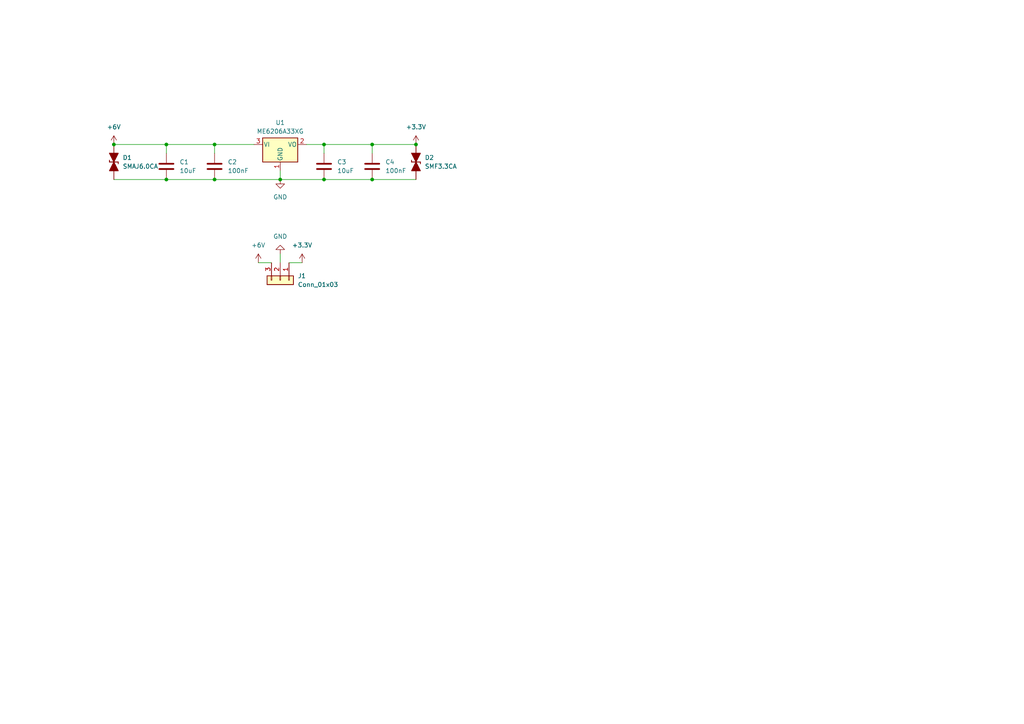
<source format=kicad_sch>
(kicad_sch
	(version 20250114)
	(generator "eeschema")
	(generator_version "9.0")
	(uuid "1df6ae02-d3d4-4e02-9ae3-4242eafe4dc1")
	(paper "A4")
	(lib_symbols
		(symbol "Connector_Generic:Conn_01x03"
			(pin_names
				(offset 1.016)
				(hide yes)
			)
			(exclude_from_sim no)
			(in_bom yes)
			(on_board yes)
			(property "Reference" "J"
				(at 0 5.08 0)
				(effects
					(font
						(size 1.27 1.27)
					)
				)
			)
			(property "Value" "Conn_01x03"
				(at 0 -5.08 0)
				(effects
					(font
						(size 1.27 1.27)
					)
				)
			)
			(property "Footprint" ""
				(at 0 0 0)
				(effects
					(font
						(size 1.27 1.27)
					)
					(hide yes)
				)
			)
			(property "Datasheet" "~"
				(at 0 0 0)
				(effects
					(font
						(size 1.27 1.27)
					)
					(hide yes)
				)
			)
			(property "Description" "Generic connector, single row, 01x03, script generated (kicad-library-utils/schlib/autogen/connector/)"
				(at 0 0 0)
				(effects
					(font
						(size 1.27 1.27)
					)
					(hide yes)
				)
			)
			(property "ki_keywords" "connector"
				(at 0 0 0)
				(effects
					(font
						(size 1.27 1.27)
					)
					(hide yes)
				)
			)
			(property "ki_fp_filters" "Connector*:*_1x??_*"
				(at 0 0 0)
				(effects
					(font
						(size 1.27 1.27)
					)
					(hide yes)
				)
			)
			(symbol "Conn_01x03_1_1"
				(rectangle
					(start -1.27 3.81)
					(end 1.27 -3.81)
					(stroke
						(width 0.254)
						(type default)
					)
					(fill
						(type background)
					)
				)
				(rectangle
					(start -1.27 2.667)
					(end 0 2.413)
					(stroke
						(width 0.1524)
						(type default)
					)
					(fill
						(type none)
					)
				)
				(rectangle
					(start -1.27 0.127)
					(end 0 -0.127)
					(stroke
						(width 0.1524)
						(type default)
					)
					(fill
						(type none)
					)
				)
				(rectangle
					(start -1.27 -2.413)
					(end 0 -2.667)
					(stroke
						(width 0.1524)
						(type default)
					)
					(fill
						(type none)
					)
				)
				(pin passive line
					(at -5.08 2.54 0)
					(length 3.81)
					(name "Pin_1"
						(effects
							(font
								(size 1.27 1.27)
							)
						)
					)
					(number "1"
						(effects
							(font
								(size 1.27 1.27)
							)
						)
					)
				)
				(pin passive line
					(at -5.08 0 0)
					(length 3.81)
					(name "Pin_2"
						(effects
							(font
								(size 1.27 1.27)
							)
						)
					)
					(number "2"
						(effects
							(font
								(size 1.27 1.27)
							)
						)
					)
				)
				(pin passive line
					(at -5.08 -2.54 0)
					(length 3.81)
					(name "Pin_3"
						(effects
							(font
								(size 1.27 1.27)
							)
						)
					)
					(number "3"
						(effects
							(font
								(size 1.27 1.27)
							)
						)
					)
				)
			)
			(embedded_fonts no)
		)
		(symbol "Library:SMF3.3CA"
			(pin_numbers
				(hide yes)
			)
			(pin_names
				(offset 1.016)
				(hide yes)
			)
			(exclude_from_sim no)
			(in_bom yes)
			(on_board yes)
			(property "Reference" "D"
				(at 0 5.08 0)
				(effects
					(font
						(size 1.27 1.27)
					)
				)
			)
			(property "Value" "SMF3.3CA"
				(at 0 2.54 0)
				(effects
					(font
						(size 1.27 1.27)
					)
				)
			)
			(property "Footprint" "PCM_Diode_SMD_AKL:D_SOD-123F"
				(at 0 0 0)
				(effects
					(font
						(size 1.27 1.27)
					)
					(hide yes)
				)
			)
			(property "Datasheet" "https://item.szlcsc.com/48682096.html?fromZone=s_s__%2522SMF3.3CA%2522&spm=sc.gb.xh1.zy.n___sc.it.hd.ss&lcsc_vid=RVRcUVYDElFdXlJeRAALAwJQTwNeBgZeQ1QMUwJSRlQxVlNSQVZWVV1VR1lXVTtW"
				(at 0 0 0)
				(effects
					(font
						(size 1.27 1.27)
					)
					(hide yes)
				)
			)
			(property "Description" "SOD-123F Bidirectional TVS Diode, 5V, 200W, Alternate KiCAD Library"
				(at 0 0 0)
				(effects
					(font
						(size 1.27 1.27)
					)
					(hide yes)
				)
			)
			(property "ki_keywords" "diode TVS bidirectional SMF-CA"
				(at 0 0 0)
				(effects
					(font
						(size 1.27 1.27)
					)
					(hide yes)
				)
			)
			(property "ki_fp_filters" "TO-???* *_Diode_* *SingleDiode* D_*"
				(at 0 0 0)
				(effects
					(font
						(size 1.27 1.27)
					)
					(hide yes)
				)
			)
			(symbol "SMF3.3CA_0_1"
				(polyline
					(pts
						(xy 0 1.27) (xy 0 -1.27)
					)
					(stroke
						(width 0.254)
						(type default)
					)
					(fill
						(type none)
					)
				)
				(polyline
					(pts
						(xy 0 1.27) (xy 0.508 1.27)
					)
					(stroke
						(width 0.254)
						(type default)
					)
					(fill
						(type none)
					)
				)
				(polyline
					(pts
						(xy 0 0) (xy -2.54 1.27) (xy -2.54 -1.27) (xy 0 0)
					)
					(stroke
						(width 0.254)
						(type default)
					)
					(fill
						(type outline)
					)
				)
				(polyline
					(pts
						(xy 0 -1.27) (xy -0.508 -1.27)
					)
					(stroke
						(width 0.254)
						(type default)
					)
					(fill
						(type none)
					)
				)
				(polyline
					(pts
						(xy 1.27 0) (xy -1.27 0)
					)
					(stroke
						(width 0)
						(type default)
					)
					(fill
						(type none)
					)
				)
				(polyline
					(pts
						(xy 2.54 1.27) (xy 2.54 -1.27) (xy 0 0) (xy 2.54 1.27)
					)
					(stroke
						(width 0.254)
						(type default)
					)
					(fill
						(type outline)
					)
				)
			)
			(symbol "SMF3.3CA_0_2"
				(polyline
					(pts
						(xy -3.81 -3.81) (xy 3.81 3.81)
					)
					(stroke
						(width 0)
						(type default)
					)
					(fill
						(type none)
					)
				)
				(polyline
					(pts
						(xy -1.778 -1.778) (xy -2.667 -0.889) (xy 0 0) (xy -0.889 -2.667) (xy -1.778 -1.778)
					)
					(stroke
						(width 0.254)
						(type default)
					)
					(fill
						(type outline)
					)
				)
				(polyline
					(pts
						(xy -0.889 0.889) (xy -1.27 0.508)
					)
					(stroke
						(width 0.254)
						(type default)
					)
					(fill
						(type none)
					)
				)
				(polyline
					(pts
						(xy -0.889 0.889) (xy 0.889 -0.889)
					)
					(stroke
						(width 0.254)
						(type default)
					)
					(fill
						(type none)
					)
				)
				(polyline
					(pts
						(xy 0.889 -0.889) (xy 1.27 -0.508)
					)
					(stroke
						(width 0.254)
						(type default)
					)
					(fill
						(type none)
					)
				)
				(polyline
					(pts
						(xy 1.778 1.778) (xy 2.667 0.889) (xy 0 0) (xy 0.889 2.667) (xy 1.778 1.778)
					)
					(stroke
						(width 0.254)
						(type default)
					)
					(fill
						(type outline)
					)
				)
			)
			(symbol "SMF3.3CA_1_1"
				(pin passive line
					(at -5.08 0 0)
					(length 2.54)
					(name "K"
						(effects
							(font
								(size 1.27 1.27)
							)
						)
					)
					(number "1"
						(effects
							(font
								(size 1.27 1.27)
							)
						)
					)
				)
				(pin passive line
					(at 5.08 0 180)
					(length 2.54)
					(name "A"
						(effects
							(font
								(size 1.27 1.27)
							)
						)
					)
					(number "2"
						(effects
							(font
								(size 1.27 1.27)
							)
						)
					)
				)
			)
			(symbol "SMF3.3CA_1_2"
				(pin passive line
					(at -3.81 -3.81 0)
					(length 0)
					(name "A"
						(effects
							(font
								(size 1.27 1.27)
							)
						)
					)
					(number "2"
						(effects
							(font
								(size 1.27 1.27)
							)
						)
					)
				)
				(pin passive line
					(at 3.81 3.81 180)
					(length 0)
					(name "K"
						(effects
							(font
								(size 1.27 1.27)
							)
						)
					)
					(number "1"
						(effects
							(font
								(size 1.27 1.27)
							)
						)
					)
				)
			)
			(embedded_fonts no)
		)
		(symbol "ME6206A33XG_1"
			(pin_names
				(offset 0.254)
			)
			(exclude_from_sim no)
			(in_bom yes)
			(on_board yes)
			(property "Reference" "U"
				(at -3.81 3.175 0)
				(effects
					(font
						(size 1.27 1.27)
					)
				)
			)
			(property "Value" "ME6206A33XG"
				(at 0 3.175 0)
				(effects
					(font
						(size 1.27 1.27)
					)
					(justify left)
				)
			)
			(property "Footprint" "Package_TO_SOT_SMD:SOT-23"
				(at 0 5.08 0)
				(effects
					(font
						(size 1.27 1.27)
					)
					(hide yes)
				)
			)
			(property "Datasheet" "https://www.jlc-smt.com/lcsc/detail?componentCode=C161345"
				(at 0 -1.27 0)
				(effects
					(font
						(size 1.27 1.27)
					)
					(hide yes)
				)
			)
			(property "Description" "Low Quiescent Current LDO Regulator, 3.3V, 250mA, Vin<=16V, SOT-23"
				(at 0 0 0)
				(effects
					(font
						(size 1.27 1.27)
					)
					(hide yes)
				)
			)
			(property "ki_keywords" "REGULATOR LDO"
				(at 0 0 0)
				(effects
					(font
						(size 1.27 1.27)
					)
					(hide yes)
				)
			)
			(property "ki_fp_filters" "SOT?23*"
				(at 0 0 0)
				(effects
					(font
						(size 1.27 1.27)
					)
					(hide yes)
				)
			)
			(symbol "ME6206A33XG_1_0_1"
				(rectangle
					(start -5.08 -5.08)
					(end 5.08 1.905)
					(stroke
						(width 0.254)
						(type default)
					)
					(fill
						(type background)
					)
				)
			)
			(symbol "ME6206A33XG_1_1_1"
				(pin power_in line
					(at -7.62 0 0)
					(length 2.54)
					(name "VI"
						(effects
							(font
								(size 1.27 1.27)
							)
						)
					)
					(number "3"
						(effects
							(font
								(size 1.27 1.27)
							)
						)
					)
				)
				(pin power_in line
					(at 0 -7.62 90)
					(length 2.54)
					(name "GND"
						(effects
							(font
								(size 1.27 1.27)
							)
						)
					)
					(number "1"
						(effects
							(font
								(size 1.27 1.27)
							)
						)
					)
				)
				(pin power_out line
					(at 7.62 0 180)
					(length 2.54)
					(name "VO"
						(effects
							(font
								(size 1.27 1.27)
							)
						)
					)
					(number "2"
						(effects
							(font
								(size 1.27 1.27)
							)
						)
					)
				)
			)
			(embedded_fonts no)
		)
		(symbol "PCM_Capacitor_US_AKL:C_1206"
			(pin_numbers
				(hide yes)
			)
			(pin_names
				(offset 0.254)
			)
			(exclude_from_sim no)
			(in_bom yes)
			(on_board yes)
			(property "Reference" "C"
				(at 0.635 2.54 0)
				(effects
					(font
						(size 1.27 1.27)
					)
					(justify left)
				)
			)
			(property "Value" "C_1206"
				(at 0.635 -2.54 0)
				(effects
					(font
						(size 1.27 1.27)
					)
					(justify left)
				)
			)
			(property "Footprint" "PCM_Capacitor_SMD_AKL:C_1206_3216Metric"
				(at 0.9652 -3.81 0)
				(effects
					(font
						(size 1.27 1.27)
					)
					(hide yes)
				)
			)
			(property "Datasheet" "~"
				(at 0 0 0)
				(effects
					(font
						(size 1.27 1.27)
					)
					(hide yes)
				)
			)
			(property "Description" "SMD 1206 MLCC capacitor, Alternate KiCad Library"
				(at 0 0 0)
				(effects
					(font
						(size 1.27 1.27)
					)
					(hide yes)
				)
			)
			(property "ki_keywords" "cap capacitor ceramic chip mlcc smd 1206"
				(at 0 0 0)
				(effects
					(font
						(size 1.27 1.27)
					)
					(hide yes)
				)
			)
			(property "ki_fp_filters" "C_*"
				(at 0 0 0)
				(effects
					(font
						(size 1.27 1.27)
					)
					(hide yes)
				)
			)
			(symbol "C_1206_0_1"
				(polyline
					(pts
						(xy -2.032 0.762) (xy 2.032 0.762)
					)
					(stroke
						(width 0.508)
						(type default)
					)
					(fill
						(type none)
					)
				)
				(polyline
					(pts
						(xy -2.032 -0.762) (xy 2.032 -0.762)
					)
					(stroke
						(width 0.508)
						(type default)
					)
					(fill
						(type none)
					)
				)
			)
			(symbol "C_1206_0_2"
				(polyline
					(pts
						(xy -2.54 -2.54) (xy -0.381 -0.381)
					)
					(stroke
						(width 0)
						(type default)
					)
					(fill
						(type none)
					)
				)
				(polyline
					(pts
						(xy -0.508 -0.508) (xy -1.651 0.635)
					)
					(stroke
						(width 0.508)
						(type default)
					)
					(fill
						(type none)
					)
				)
				(polyline
					(pts
						(xy -0.508 -0.508) (xy 0.635 -1.651)
					)
					(stroke
						(width 0.508)
						(type default)
					)
					(fill
						(type none)
					)
				)
				(polyline
					(pts
						(xy 0.381 0.381) (xy 2.54 2.54)
					)
					(stroke
						(width 0)
						(type default)
					)
					(fill
						(type none)
					)
				)
				(polyline
					(pts
						(xy 0.508 0.508) (xy -0.635 1.651)
					)
					(stroke
						(width 0.508)
						(type default)
					)
					(fill
						(type none)
					)
				)
				(polyline
					(pts
						(xy 0.508 0.508) (xy 1.651 -0.635)
					)
					(stroke
						(width 0.508)
						(type default)
					)
					(fill
						(type none)
					)
				)
			)
			(symbol "C_1206_1_1"
				(pin passive line
					(at 0 3.81 270)
					(length 2.794)
					(name "~"
						(effects
							(font
								(size 1.27 1.27)
							)
						)
					)
					(number "1"
						(effects
							(font
								(size 1.27 1.27)
							)
						)
					)
				)
				(pin passive line
					(at 0 -3.81 90)
					(length 2.794)
					(name "~"
						(effects
							(font
								(size 1.27 1.27)
							)
						)
					)
					(number "2"
						(effects
							(font
								(size 1.27 1.27)
							)
						)
					)
				)
			)
			(symbol "C_1206_1_2"
				(pin passive line
					(at -2.54 -2.54 90)
					(length 0)
					(name "~"
						(effects
							(font
								(size 1.27 1.27)
							)
						)
					)
					(number "2"
						(effects
							(font
								(size 1.27 1.27)
							)
						)
					)
				)
				(pin passive line
					(at 2.54 2.54 270)
					(length 0)
					(name "~"
						(effects
							(font
								(size 1.27 1.27)
							)
						)
					)
					(number "1"
						(effects
							(font
								(size 1.27 1.27)
							)
						)
					)
				)
			)
			(embedded_fonts no)
		)
		(symbol "PCM_Diode_TVS_AKL:SMAJ6.0CA"
			(pin_numbers
				(hide yes)
			)
			(pin_names
				(offset 1.016)
				(hide yes)
			)
			(exclude_from_sim no)
			(in_bom yes)
			(on_board yes)
			(property "Reference" "D"
				(at 0 5.08 0)
				(effects
					(font
						(size 1.27 1.27)
					)
				)
			)
			(property "Value" "SMAJ6.0CA"
				(at 0 2.54 0)
				(effects
					(font
						(size 1.27 1.27)
					)
				)
			)
			(property "Footprint" "PCM_Diode_SMD_AKL:D_SMA_TVS"
				(at 0 0 0)
				(effects
					(font
						(size 1.27 1.27)
					)
					(hide yes)
				)
			)
			(property "Datasheet" "https://www.tme.eu/Document/dbc72d81c249fe51b6ab42300e8e06d0/SMAJ_ser.pdf"
				(at 0 0 0)
				(effects
					(font
						(size 1.27 1.27)
					)
					(hide yes)
				)
			)
			(property "Description" "SMA Bidirectional TVS Diode, 6V, 400W, Alternate KiCAD Library"
				(at 0 0 0)
				(effects
					(font
						(size 1.27 1.27)
					)
					(hide yes)
				)
			)
			(property "ki_keywords" "diode TVS bidirectional SMAJ-CA"
				(at 0 0 0)
				(effects
					(font
						(size 1.27 1.27)
					)
					(hide yes)
				)
			)
			(property "ki_fp_filters" "TO-???* *_Diode_* *SingleDiode* D_*"
				(at 0 0 0)
				(effects
					(font
						(size 1.27 1.27)
					)
					(hide yes)
				)
			)
			(symbol "SMAJ6.0CA_0_1"
				(polyline
					(pts
						(xy 0 1.27) (xy 0 -1.27)
					)
					(stroke
						(width 0.254)
						(type default)
					)
					(fill
						(type none)
					)
				)
				(polyline
					(pts
						(xy 0 1.27) (xy 0.508 1.27)
					)
					(stroke
						(width 0.254)
						(type default)
					)
					(fill
						(type none)
					)
				)
				(polyline
					(pts
						(xy 0 0) (xy -2.54 1.27) (xy -2.54 -1.27) (xy 0 0)
					)
					(stroke
						(width 0.254)
						(type default)
					)
					(fill
						(type outline)
					)
				)
				(polyline
					(pts
						(xy 0 -1.27) (xy -0.508 -1.27)
					)
					(stroke
						(width 0.254)
						(type default)
					)
					(fill
						(type none)
					)
				)
				(polyline
					(pts
						(xy 1.27 0) (xy -1.27 0)
					)
					(stroke
						(width 0)
						(type default)
					)
					(fill
						(type none)
					)
				)
				(polyline
					(pts
						(xy 2.54 1.27) (xy 2.54 -1.27) (xy 0 0) (xy 2.54 1.27)
					)
					(stroke
						(width 0.254)
						(type default)
					)
					(fill
						(type outline)
					)
				)
			)
			(symbol "SMAJ6.0CA_0_2"
				(polyline
					(pts
						(xy -3.81 -3.81) (xy 3.81 3.81)
					)
					(stroke
						(width 0)
						(type default)
					)
					(fill
						(type none)
					)
				)
				(polyline
					(pts
						(xy -1.778 -1.778) (xy -2.667 -0.889) (xy 0 0) (xy -0.889 -2.667) (xy -1.778 -1.778)
					)
					(stroke
						(width 0.254)
						(type default)
					)
					(fill
						(type outline)
					)
				)
				(polyline
					(pts
						(xy -0.889 0.889) (xy -1.27 0.508)
					)
					(stroke
						(width 0.254)
						(type default)
					)
					(fill
						(type none)
					)
				)
				(polyline
					(pts
						(xy -0.889 0.889) (xy 0.889 -0.889)
					)
					(stroke
						(width 0.254)
						(type default)
					)
					(fill
						(type none)
					)
				)
				(polyline
					(pts
						(xy 0.889 -0.889) (xy 1.27 -0.508)
					)
					(stroke
						(width 0.254)
						(type default)
					)
					(fill
						(type none)
					)
				)
				(polyline
					(pts
						(xy 1.778 1.778) (xy 2.667 0.889) (xy 0 0) (xy 0.889 2.667) (xy 1.778 1.778)
					)
					(stroke
						(width 0.254)
						(type default)
					)
					(fill
						(type outline)
					)
				)
			)
			(symbol "SMAJ6.0CA_1_1"
				(pin passive line
					(at -5.08 0 0)
					(length 2.54)
					(name "K"
						(effects
							(font
								(size 1.27 1.27)
							)
						)
					)
					(number "1"
						(effects
							(font
								(size 1.27 1.27)
							)
						)
					)
				)
				(pin passive line
					(at 5.08 0 180)
					(length 2.54)
					(name "A"
						(effects
							(font
								(size 1.27 1.27)
							)
						)
					)
					(number "2"
						(effects
							(font
								(size 1.27 1.27)
							)
						)
					)
				)
			)
			(symbol "SMAJ6.0CA_1_2"
				(pin passive line
					(at -3.81 -3.81 0)
					(length 0)
					(name "A"
						(effects
							(font
								(size 1.27 1.27)
							)
						)
					)
					(number "2"
						(effects
							(font
								(size 1.27 1.27)
							)
						)
					)
				)
				(pin passive line
					(at 3.81 3.81 180)
					(length 0)
					(name "K"
						(effects
							(font
								(size 1.27 1.27)
							)
						)
					)
					(number "1"
						(effects
							(font
								(size 1.27 1.27)
							)
						)
					)
				)
			)
			(embedded_fonts no)
		)
		(symbol "power:+3.3V"
			(power)
			(pin_numbers
				(hide yes)
			)
			(pin_names
				(offset 0)
				(hide yes)
			)
			(exclude_from_sim no)
			(in_bom yes)
			(on_board yes)
			(property "Reference" "#PWR"
				(at 0 -3.81 0)
				(effects
					(font
						(size 1.27 1.27)
					)
					(hide yes)
				)
			)
			(property "Value" "+3.3V"
				(at 0 3.556 0)
				(effects
					(font
						(size 1.27 1.27)
					)
				)
			)
			(property "Footprint" ""
				(at 0 0 0)
				(effects
					(font
						(size 1.27 1.27)
					)
					(hide yes)
				)
			)
			(property "Datasheet" ""
				(at 0 0 0)
				(effects
					(font
						(size 1.27 1.27)
					)
					(hide yes)
				)
			)
			(property "Description" "Power symbol creates a global label with name \"+3.3V\""
				(at 0 0 0)
				(effects
					(font
						(size 1.27 1.27)
					)
					(hide yes)
				)
			)
			(property "ki_keywords" "global power"
				(at 0 0 0)
				(effects
					(font
						(size 1.27 1.27)
					)
					(hide yes)
				)
			)
			(symbol "+3.3V_0_1"
				(polyline
					(pts
						(xy -0.762 1.27) (xy 0 2.54)
					)
					(stroke
						(width 0)
						(type default)
					)
					(fill
						(type none)
					)
				)
				(polyline
					(pts
						(xy 0 2.54) (xy 0.762 1.27)
					)
					(stroke
						(width 0)
						(type default)
					)
					(fill
						(type none)
					)
				)
				(polyline
					(pts
						(xy 0 0) (xy 0 2.54)
					)
					(stroke
						(width 0)
						(type default)
					)
					(fill
						(type none)
					)
				)
			)
			(symbol "+3.3V_1_1"
				(pin power_in line
					(at 0 0 90)
					(length 0)
					(name "~"
						(effects
							(font
								(size 1.27 1.27)
							)
						)
					)
					(number "1"
						(effects
							(font
								(size 1.27 1.27)
							)
						)
					)
				)
			)
			(embedded_fonts no)
		)
		(symbol "power:+6V"
			(power)
			(pin_numbers
				(hide yes)
			)
			(pin_names
				(offset 0)
				(hide yes)
			)
			(exclude_from_sim no)
			(in_bom yes)
			(on_board yes)
			(property "Reference" "#PWR"
				(at 0 -3.81 0)
				(effects
					(font
						(size 1.27 1.27)
					)
					(hide yes)
				)
			)
			(property "Value" "+6V"
				(at 0 3.556 0)
				(effects
					(font
						(size 1.27 1.27)
					)
				)
			)
			(property "Footprint" ""
				(at 0 0 0)
				(effects
					(font
						(size 1.27 1.27)
					)
					(hide yes)
				)
			)
			(property "Datasheet" ""
				(at 0 0 0)
				(effects
					(font
						(size 1.27 1.27)
					)
					(hide yes)
				)
			)
			(property "Description" "Power symbol creates a global label with name \"+6V\""
				(at 0 0 0)
				(effects
					(font
						(size 1.27 1.27)
					)
					(hide yes)
				)
			)
			(property "ki_keywords" "global power"
				(at 0 0 0)
				(effects
					(font
						(size 1.27 1.27)
					)
					(hide yes)
				)
			)
			(symbol "+6V_0_1"
				(polyline
					(pts
						(xy -0.762 1.27) (xy 0 2.54)
					)
					(stroke
						(width 0)
						(type default)
					)
					(fill
						(type none)
					)
				)
				(polyline
					(pts
						(xy 0 2.54) (xy 0.762 1.27)
					)
					(stroke
						(width 0)
						(type default)
					)
					(fill
						(type none)
					)
				)
				(polyline
					(pts
						(xy 0 0) (xy 0 2.54)
					)
					(stroke
						(width 0)
						(type default)
					)
					(fill
						(type none)
					)
				)
			)
			(symbol "+6V_1_1"
				(pin power_in line
					(at 0 0 90)
					(length 0)
					(name "~"
						(effects
							(font
								(size 1.27 1.27)
							)
						)
					)
					(number "1"
						(effects
							(font
								(size 1.27 1.27)
							)
						)
					)
				)
			)
			(embedded_fonts no)
		)
		(symbol "power:GND"
			(power)
			(pin_numbers
				(hide yes)
			)
			(pin_names
				(offset 0)
				(hide yes)
			)
			(exclude_from_sim no)
			(in_bom yes)
			(on_board yes)
			(property "Reference" "#PWR"
				(at 0 -6.35 0)
				(effects
					(font
						(size 1.27 1.27)
					)
					(hide yes)
				)
			)
			(property "Value" "GND"
				(at 0 -3.81 0)
				(effects
					(font
						(size 1.27 1.27)
					)
				)
			)
			(property "Footprint" ""
				(at 0 0 0)
				(effects
					(font
						(size 1.27 1.27)
					)
					(hide yes)
				)
			)
			(property "Datasheet" ""
				(at 0 0 0)
				(effects
					(font
						(size 1.27 1.27)
					)
					(hide yes)
				)
			)
			(property "Description" "Power symbol creates a global label with name \"GND\" , ground"
				(at 0 0 0)
				(effects
					(font
						(size 1.27 1.27)
					)
					(hide yes)
				)
			)
			(property "ki_keywords" "global power"
				(at 0 0 0)
				(effects
					(font
						(size 1.27 1.27)
					)
					(hide yes)
				)
			)
			(symbol "GND_0_1"
				(polyline
					(pts
						(xy 0 0) (xy 0 -1.27) (xy 1.27 -1.27) (xy 0 -2.54) (xy -1.27 -1.27) (xy 0 -1.27)
					)
					(stroke
						(width 0)
						(type default)
					)
					(fill
						(type none)
					)
				)
			)
			(symbol "GND_1_1"
				(pin power_in line
					(at 0 0 270)
					(length 0)
					(name "~"
						(effects
							(font
								(size 1.27 1.27)
							)
						)
					)
					(number "1"
						(effects
							(font
								(size 1.27 1.27)
							)
						)
					)
				)
			)
			(embedded_fonts no)
		)
	)
	(junction
		(at 81.28 52.07)
		(diameter 0)
		(color 0 0 0 0)
		(uuid "37f0bd39-48f0-4a02-b30c-848395584503")
	)
	(junction
		(at 107.95 52.07)
		(diameter 0)
		(color 0 0 0 0)
		(uuid "514833eb-50a9-44fe-916f-294371287c75")
	)
	(junction
		(at 107.95 41.91)
		(diameter 0)
		(color 0 0 0 0)
		(uuid "64aba8ce-fd6c-4491-992c-3b04ebd53f9f")
	)
	(junction
		(at 48.26 52.07)
		(diameter 0)
		(color 0 0 0 0)
		(uuid "6badc462-3549-4c36-8e68-21b0bb8cafde")
	)
	(junction
		(at 93.98 41.91)
		(diameter 0)
		(color 0 0 0 0)
		(uuid "719da37d-a298-4564-bf72-c6c4262e0a9d")
	)
	(junction
		(at 93.98 52.07)
		(diameter 0)
		(color 0 0 0 0)
		(uuid "9042bff0-f34f-427b-85c5-6b9b00f8c2b8")
	)
	(junction
		(at 62.23 52.07)
		(diameter 0)
		(color 0 0 0 0)
		(uuid "93e780b9-2863-4b2b-b297-6be449c23a72")
	)
	(junction
		(at 62.23 41.91)
		(diameter 0)
		(color 0 0 0 0)
		(uuid "9d1d29f1-637e-4e32-bd4e-238eec1c5c0e")
	)
	(junction
		(at 33.02 41.91)
		(diameter 0)
		(color 0 0 0 0)
		(uuid "ae0d0404-8519-4386-90a8-4387cd797af9")
	)
	(junction
		(at 120.65 41.91)
		(diameter 0)
		(color 0 0 0 0)
		(uuid "b8fa3e1b-f2e6-4adb-b381-c72c396e8bae")
	)
	(junction
		(at 48.26 41.91)
		(diameter 0)
		(color 0 0 0 0)
		(uuid "e2d4d540-1b28-4c57-a6ca-376db0bf414f")
	)
	(wire
		(pts
			(xy 88.9 41.91) (xy 93.98 41.91)
		)
		(stroke
			(width 0)
			(type default)
		)
		(uuid "05ac1d29-e7d3-432c-88cf-2f065aa99a93")
	)
	(wire
		(pts
			(xy 48.26 41.91) (xy 62.23 41.91)
		)
		(stroke
			(width 0)
			(type default)
		)
		(uuid "0fe6615d-7d0f-4bd7-87e6-67912a7768d0")
	)
	(wire
		(pts
			(xy 81.28 73.66) (xy 81.28 76.2)
		)
		(stroke
			(width 0)
			(type default)
		)
		(uuid "276cfdbc-7c71-48a6-a7cb-091d947a4b44")
	)
	(wire
		(pts
			(xy 33.02 41.91) (xy 48.26 41.91)
		)
		(stroke
			(width 0)
			(type default)
		)
		(uuid "2c2418c9-d76c-4077-90b4-b4fa14f4dae8")
	)
	(wire
		(pts
			(xy 107.95 52.07) (xy 120.65 52.07)
		)
		(stroke
			(width 0)
			(type default)
		)
		(uuid "3a9006f2-1804-4563-8ac2-ab9854d7055c")
	)
	(wire
		(pts
			(xy 48.26 52.07) (xy 62.23 52.07)
		)
		(stroke
			(width 0)
			(type default)
		)
		(uuid "3fadcb6a-dd90-4bc8-80b0-a3059fa1fb32")
	)
	(wire
		(pts
			(xy 107.95 41.91) (xy 120.65 41.91)
		)
		(stroke
			(width 0)
			(type default)
		)
		(uuid "72f383a0-3587-4727-9bd0-663df02f2aaf")
	)
	(wire
		(pts
			(xy 62.23 41.91) (xy 62.23 44.45)
		)
		(stroke
			(width 0)
			(type default)
		)
		(uuid "7c5bbed0-37b4-461b-83e6-1cf8567c570c")
	)
	(wire
		(pts
			(xy 33.02 52.07) (xy 48.26 52.07)
		)
		(stroke
			(width 0)
			(type default)
		)
		(uuid "7f2cbe72-dcac-4864-8902-a467ee0e6b68")
	)
	(wire
		(pts
			(xy 62.23 41.91) (xy 73.66 41.91)
		)
		(stroke
			(width 0)
			(type default)
		)
		(uuid "861a7793-2ba1-427b-bd6a-76c18a36eee7")
	)
	(wire
		(pts
			(xy 81.28 49.53) (xy 81.28 52.07)
		)
		(stroke
			(width 0)
			(type default)
		)
		(uuid "b252df29-da90-4d60-8a84-b6f813945bad")
	)
	(wire
		(pts
			(xy 93.98 41.91) (xy 107.95 41.91)
		)
		(stroke
			(width 0)
			(type default)
		)
		(uuid "bb2287cb-2197-4c56-b358-48753385a0d0")
	)
	(wire
		(pts
			(xy 74.93 76.2) (xy 78.74 76.2)
		)
		(stroke
			(width 0)
			(type default)
		)
		(uuid "be54df5c-bef3-42ca-8272-d30d4e7f5b9f")
	)
	(wire
		(pts
			(xy 62.23 52.07) (xy 81.28 52.07)
		)
		(stroke
			(width 0)
			(type default)
		)
		(uuid "c19fec5c-7ef7-4d12-a92a-7e81323692e2")
	)
	(wire
		(pts
			(xy 93.98 41.91) (xy 93.98 44.45)
		)
		(stroke
			(width 0)
			(type default)
		)
		(uuid "c85a27d2-8038-49e5-b8dd-2cbab5b727bb")
	)
	(wire
		(pts
			(xy 83.82 76.2) (xy 87.63 76.2)
		)
		(stroke
			(width 0)
			(type default)
		)
		(uuid "ceb15113-566a-4374-9eb5-62585ab0adca")
	)
	(wire
		(pts
			(xy 107.95 41.91) (xy 107.95 44.45)
		)
		(stroke
			(width 0)
			(type default)
		)
		(uuid "cf4710e6-9f1f-47d0-a123-1878a9663cdc")
	)
	(wire
		(pts
			(xy 93.98 52.07) (xy 107.95 52.07)
		)
		(stroke
			(width 0)
			(type default)
		)
		(uuid "efc3acde-0194-4669-b223-6090a94cc0ad")
	)
	(wire
		(pts
			(xy 81.28 52.07) (xy 93.98 52.07)
		)
		(stroke
			(width 0)
			(type default)
		)
		(uuid "f2af7c0b-c7ef-4da2-b1ca-ca446d5b9a43")
	)
	(wire
		(pts
			(xy 48.26 41.91) (xy 48.26 44.45)
		)
		(stroke
			(width 0)
			(type default)
		)
		(uuid "f9714cac-ff9a-4506-b933-dec29543c863")
	)
	(symbol
		(lib_id "PCM_Capacitor_US_AKL:C_1206")
		(at 107.95 48.26 0)
		(unit 1)
		(exclude_from_sim no)
		(in_bom yes)
		(on_board yes)
		(dnp no)
		(fields_autoplaced yes)
		(uuid "232928ec-4543-44fa-9151-c17ecbf974f2")
		(property "Reference" "C4"
			(at 111.76 46.9899 0)
			(effects
				(font
					(size 1.27 1.27)
				)
				(justify left)
			)
		)
		(property "Value" "100nF"
			(at 111.76 49.5299 0)
			(effects
				(font
					(size 1.27 1.27)
				)
				(justify left)
			)
		)
		(property "Footprint" "PCM_Capacitor_SMD_AKL:C_1206_3216Metric"
			(at 108.9152 52.07 0)
			(effects
				(font
					(size 1.27 1.27)
				)
				(hide yes)
			)
		)
		(property "Datasheet" "~"
			(at 107.95 48.26 0)
			(effects
				(font
					(size 1.27 1.27)
				)
				(hide yes)
			)
		)
		(property "Description" "SMD 1206 MLCC capacitor, Alternate KiCad Library"
			(at 107.95 48.26 0)
			(effects
				(font
					(size 1.27 1.27)
				)
				(hide yes)
			)
		)
		(pin "2"
			(uuid "5945e5ad-70a8-4f56-99f5-85fc87fbd9cd")
		)
		(pin "1"
			(uuid "cedff690-39f5-4644-a345-205a86a6e3b2")
		)
		(instances
			(project "HT7333"
				(path "/1df6ae02-d3d4-4e02-9ae3-4242eafe4dc1"
					(reference "C4")
					(unit 1)
				)
			)
		)
	)
	(symbol
		(lib_id "power:+6V")
		(at 74.93 76.2 0)
		(unit 1)
		(exclude_from_sim no)
		(in_bom yes)
		(on_board yes)
		(dnp no)
		(fields_autoplaced yes)
		(uuid "2713f5a6-2021-4b30-a8e4-b24d7c3e2f43")
		(property "Reference" "#PWR02"
			(at 74.93 80.01 0)
			(effects
				(font
					(size 1.27 1.27)
				)
				(hide yes)
			)
		)
		(property "Value" "+6V"
			(at 74.93 71.12 0)
			(effects
				(font
					(size 1.27 1.27)
				)
			)
		)
		(property "Footprint" ""
			(at 74.93 76.2 0)
			(effects
				(font
					(size 1.27 1.27)
				)
				(hide yes)
			)
		)
		(property "Datasheet" ""
			(at 74.93 76.2 0)
			(effects
				(font
					(size 1.27 1.27)
				)
				(hide yes)
			)
		)
		(property "Description" "Power symbol creates a global label with name \"+6V\""
			(at 74.93 76.2 0)
			(effects
				(font
					(size 1.27 1.27)
				)
				(hide yes)
			)
		)
		(pin "1"
			(uuid "83fbf994-f009-4242-95bf-117790a7dc6e")
		)
		(instances
			(project "ME6206A33XG"
				(path "/1df6ae02-d3d4-4e02-9ae3-4242eafe4dc1"
					(reference "#PWR02")
					(unit 1)
				)
			)
		)
	)
	(symbol
		(lib_id "power:+3.3V")
		(at 87.63 76.2 0)
		(unit 1)
		(exclude_from_sim no)
		(in_bom yes)
		(on_board yes)
		(dnp no)
		(fields_autoplaced yes)
		(uuid "2e8b975b-119c-45dc-995b-e688ee0491dd")
		(property "Reference" "#PWR05"
			(at 87.63 80.01 0)
			(effects
				(font
					(size 1.27 1.27)
				)
				(hide yes)
			)
		)
		(property "Value" "+3.3V"
			(at 87.63 71.12 0)
			(effects
				(font
					(size 1.27 1.27)
				)
			)
		)
		(property "Footprint" ""
			(at 87.63 76.2 0)
			(effects
				(font
					(size 1.27 1.27)
				)
				(hide yes)
			)
		)
		(property "Datasheet" ""
			(at 87.63 76.2 0)
			(effects
				(font
					(size 1.27 1.27)
				)
				(hide yes)
			)
		)
		(property "Description" "Power symbol creates a global label with name \"+3.3V\""
			(at 87.63 76.2 0)
			(effects
				(font
					(size 1.27 1.27)
				)
				(hide yes)
			)
		)
		(pin "1"
			(uuid "e457f9d2-f4ce-4959-8e74-1b1750ab6661")
		)
		(instances
			(project ""
				(path "/1df6ae02-d3d4-4e02-9ae3-4242eafe4dc1"
					(reference "#PWR05")
					(unit 1)
				)
			)
		)
	)
	(symbol
		(lib_id "PCM_Capacitor_US_AKL:C_1206")
		(at 48.26 48.26 0)
		(unit 1)
		(exclude_from_sim no)
		(in_bom yes)
		(on_board yes)
		(dnp no)
		(fields_autoplaced yes)
		(uuid "35fcd58a-1490-4b7a-91f4-0733045aae36")
		(property "Reference" "C1"
			(at 52.07 46.9899 0)
			(effects
				(font
					(size 1.27 1.27)
				)
				(justify left)
			)
		)
		(property "Value" "10uF"
			(at 52.07 49.5299 0)
			(effects
				(font
					(size 1.27 1.27)
				)
				(justify left)
			)
		)
		(property "Footprint" "PCM_Capacitor_SMD_AKL:C_1206_3216Metric"
			(at 49.2252 52.07 0)
			(effects
				(font
					(size 1.27 1.27)
				)
				(hide yes)
			)
		)
		(property "Datasheet" "~"
			(at 48.26 48.26 0)
			(effects
				(font
					(size 1.27 1.27)
				)
				(hide yes)
			)
		)
		(property "Description" "SMD 1206 MLCC capacitor, Alternate KiCad Library"
			(at 48.26 48.26 0)
			(effects
				(font
					(size 1.27 1.27)
				)
				(hide yes)
			)
		)
		(pin "2"
			(uuid "6a1a0982-ca59-4f51-883b-617dc0a82d4a")
		)
		(pin "1"
			(uuid "4336eb44-d546-43fb-aa85-2f4d1dd18b01")
		)
		(instances
			(project ""
				(path "/1df6ae02-d3d4-4e02-9ae3-4242eafe4dc1"
					(reference "C1")
					(unit 1)
				)
			)
		)
	)
	(symbol
		(lib_name "ME6206A33XG_1")
		(lib_id "Library:ME6206A33XG")
		(at 81.28 41.91 0)
		(unit 1)
		(exclude_from_sim no)
		(in_bom yes)
		(on_board yes)
		(dnp no)
		(fields_autoplaced yes)
		(uuid "380d7daa-191d-4b13-809b-5a7ba923dff7")
		(property "Reference" "U1"
			(at 81.28 35.56 0)
			(effects
				(font
					(size 1.27 1.27)
				)
			)
		)
		(property "Value" "ME6206A33XG"
			(at 81.28 38.1 0)
			(effects
				(font
					(size 1.27 1.27)
				)
			)
		)
		(property "Footprint" "Package_TO_SOT_SMD:SOT-23"
			(at 81.28 36.83 0)
			(effects
				(font
					(size 1.27 1.27)
				)
				(hide yes)
			)
		)
		(property "Datasheet" "https://www.jlc-smt.com/lcsc/detail?componentCode=C161345"
			(at 81.28 43.18 0)
			(effects
				(font
					(size 1.27 1.27)
				)
				(hide yes)
			)
		)
		(property "Description" "Low Quiescent Current LDO Regulator, 3.3V, 250mA, Vin<=16V, SOT-23"
			(at 81.28 41.91 0)
			(effects
				(font
					(size 1.27 1.27)
				)
				(hide yes)
			)
		)
		(pin "2"
			(uuid "22fcaeb2-abf0-4511-b03f-6f159e6a4057")
		)
		(pin "3"
			(uuid "0eece72e-8bd2-41e7-9878-661281272d62")
		)
		(pin "1"
			(uuid "7c6dade2-cd38-4a68-84fa-2ac96f8af655")
		)
		(instances
			(project ""
				(path "/1df6ae02-d3d4-4e02-9ae3-4242eafe4dc1"
					(reference "U1")
					(unit 1)
				)
			)
		)
	)
	(symbol
		(lib_id "Connector_Generic:Conn_01x03")
		(at 81.28 81.28 270)
		(unit 1)
		(exclude_from_sim no)
		(in_bom yes)
		(on_board yes)
		(dnp no)
		(fields_autoplaced yes)
		(uuid "3e358b47-9d5a-4061-be93-1f1ec86b6309")
		(property "Reference" "J1"
			(at 86.36 80.0099 90)
			(effects
				(font
					(size 1.27 1.27)
				)
				(justify left)
			)
		)
		(property "Value" "Conn_01x03"
			(at 86.36 82.5499 90)
			(effects
				(font
					(size 1.27 1.27)
				)
				(justify left)
			)
		)
		(property "Footprint" "Connector_PinHeader_2.54mm:PinHeader_1x03_P2.54mm_Vertical"
			(at 81.28 81.28 0)
			(effects
				(font
					(size 1.27 1.27)
				)
				(hide yes)
			)
		)
		(property "Datasheet" "~"
			(at 81.28 81.28 0)
			(effects
				(font
					(size 1.27 1.27)
				)
				(hide yes)
			)
		)
		(property "Description" "Generic connector, single row, 01x03, script generated (kicad-library-utils/schlib/autogen/connector/)"
			(at 81.28 81.28 0)
			(effects
				(font
					(size 1.27 1.27)
				)
				(hide yes)
			)
		)
		(pin "2"
			(uuid "a6107d92-4171-42e6-a582-cb072380b0ca")
		)
		(pin "1"
			(uuid "8a406607-4b8e-48e0-9d53-ae01a758915b")
		)
		(pin "3"
			(uuid "302ba533-5252-444d-9d8c-fdc990cb25b1")
		)
		(instances
			(project ""
				(path "/1df6ae02-d3d4-4e02-9ae3-4242eafe4dc1"
					(reference "J1")
					(unit 1)
				)
			)
		)
	)
	(symbol
		(lib_id "PCM_Capacitor_US_AKL:C_1206")
		(at 62.23 48.26 0)
		(unit 1)
		(exclude_from_sim no)
		(in_bom yes)
		(on_board yes)
		(dnp no)
		(fields_autoplaced yes)
		(uuid "65dad9bb-d540-42b5-a7e8-22676942662b")
		(property "Reference" "C2"
			(at 66.04 46.9899 0)
			(effects
				(font
					(size 1.27 1.27)
				)
				(justify left)
			)
		)
		(property "Value" "100nF"
			(at 66.04 49.5299 0)
			(effects
				(font
					(size 1.27 1.27)
				)
				(justify left)
			)
		)
		(property "Footprint" "PCM_Capacitor_SMD_AKL:C_1206_3216Metric"
			(at 63.1952 52.07 0)
			(effects
				(font
					(size 1.27 1.27)
				)
				(hide yes)
			)
		)
		(property "Datasheet" "~"
			(at 62.23 48.26 0)
			(effects
				(font
					(size 1.27 1.27)
				)
				(hide yes)
			)
		)
		(property "Description" "SMD 1206 MLCC capacitor, Alternate KiCad Library"
			(at 62.23 48.26 0)
			(effects
				(font
					(size 1.27 1.27)
				)
				(hide yes)
			)
		)
		(pin "2"
			(uuid "2d36c623-82d1-448a-84e7-e7f84ab5f0b5")
		)
		(pin "1"
			(uuid "316d52cb-2755-4f6f-82f9-d2cb23a71406")
		)
		(instances
			(project "HT7333"
				(path "/1df6ae02-d3d4-4e02-9ae3-4242eafe4dc1"
					(reference "C2")
					(unit 1)
				)
			)
		)
	)
	(symbol
		(lib_id "Library:SMF3.3CA")
		(at 120.65 46.99 90)
		(unit 1)
		(exclude_from_sim no)
		(in_bom yes)
		(on_board yes)
		(dnp no)
		(fields_autoplaced yes)
		(uuid "86172d1a-4684-4ac8-814f-ceae49651803")
		(property "Reference" "D2"
			(at 123.19 45.7199 90)
			(effects
				(font
					(size 1.27 1.27)
				)
				(justify right)
			)
		)
		(property "Value" "SMF3.3CA"
			(at 123.19 48.2599 90)
			(effects
				(font
					(size 1.27 1.27)
				)
				(justify right)
			)
		)
		(property "Footprint" "PCM_Diode_SMD_AKL:D_SOD-123F"
			(at 120.65 46.99 0)
			(effects
				(font
					(size 1.27 1.27)
				)
				(hide yes)
			)
		)
		(property "Datasheet" "https://item.szlcsc.com/48682096.html?fromZone=s_s__%2522SMF3.3CA%2522&spm=sc.gb.xh1.zy.n___sc.it.hd.ss&lcsc_vid=RVRcUVYDElFdXlJeRAALAwJQTwNeBgZeQ1QMUwJSRlQxVlNSQVZWVV1VR1lXVTtW"
			(at 120.65 46.99 0)
			(effects
				(font
					(size 1.27 1.27)
				)
				(hide yes)
			)
		)
		(property "Description" "SOD-123F Bidirectional TVS Diode, 5V, 200W, Alternate KiCAD Library"
			(at 120.65 46.99 0)
			(effects
				(font
					(size 1.27 1.27)
				)
				(hide yes)
			)
		)
		(pin "2"
			(uuid "d836897b-c911-40b7-b351-4c1beca91fbb")
		)
		(pin "1"
			(uuid "b6dd5fc6-152b-4936-9092-181aa43b3b70")
		)
		(instances
			(project ""
				(path "/1df6ae02-d3d4-4e02-9ae3-4242eafe4dc1"
					(reference "D2")
					(unit 1)
				)
			)
		)
	)
	(symbol
		(lib_id "power:+6V")
		(at 33.02 41.91 0)
		(unit 1)
		(exclude_from_sim no)
		(in_bom yes)
		(on_board yes)
		(dnp no)
		(fields_autoplaced yes)
		(uuid "8a43e037-2be2-47bf-b788-5601b9813d8c")
		(property "Reference" "#PWR01"
			(at 33.02 45.72 0)
			(effects
				(font
					(size 1.27 1.27)
				)
				(hide yes)
			)
		)
		(property "Value" "+6V"
			(at 33.02 36.83 0)
			(effects
				(font
					(size 1.27 1.27)
				)
			)
		)
		(property "Footprint" ""
			(at 33.02 41.91 0)
			(effects
				(font
					(size 1.27 1.27)
				)
				(hide yes)
			)
		)
		(property "Datasheet" ""
			(at 33.02 41.91 0)
			(effects
				(font
					(size 1.27 1.27)
				)
				(hide yes)
			)
		)
		(property "Description" "Power symbol creates a global label with name \"+6V\""
			(at 33.02 41.91 0)
			(effects
				(font
					(size 1.27 1.27)
				)
				(hide yes)
			)
		)
		(pin "1"
			(uuid "fa5f86e5-48f1-4d7c-afff-636283be8967")
		)
		(instances
			(project ""
				(path "/1df6ae02-d3d4-4e02-9ae3-4242eafe4dc1"
					(reference "#PWR01")
					(unit 1)
				)
			)
		)
	)
	(symbol
		(lib_id "power:+3.3V")
		(at 120.65 41.91 0)
		(unit 1)
		(exclude_from_sim no)
		(in_bom yes)
		(on_board yes)
		(dnp no)
		(fields_autoplaced yes)
		(uuid "8fbf0ef5-729d-4a49-b8ff-8eaae5a320b0")
		(property "Reference" "#PWR06"
			(at 120.65 45.72 0)
			(effects
				(font
					(size 1.27 1.27)
				)
				(hide yes)
			)
		)
		(property "Value" "+3.3V"
			(at 120.65 36.83 0)
			(effects
				(font
					(size 1.27 1.27)
				)
			)
		)
		(property "Footprint" ""
			(at 120.65 41.91 0)
			(effects
				(font
					(size 1.27 1.27)
				)
				(hide yes)
			)
		)
		(property "Datasheet" ""
			(at 120.65 41.91 0)
			(effects
				(font
					(size 1.27 1.27)
				)
				(hide yes)
			)
		)
		(property "Description" "Power symbol creates a global label with name \"+3.3V\""
			(at 120.65 41.91 0)
			(effects
				(font
					(size 1.27 1.27)
				)
				(hide yes)
			)
		)
		(pin "1"
			(uuid "4800197d-2cf2-48da-9cc3-dbdfd124d435")
		)
		(instances
			(project "HT7333"
				(path "/1df6ae02-d3d4-4e02-9ae3-4242eafe4dc1"
					(reference "#PWR06")
					(unit 1)
				)
			)
		)
	)
	(symbol
		(lib_id "PCM_Capacitor_US_AKL:C_1206")
		(at 93.98 48.26 0)
		(unit 1)
		(exclude_from_sim no)
		(in_bom yes)
		(on_board yes)
		(dnp no)
		(fields_autoplaced yes)
		(uuid "9b173555-78be-4ff2-ba9d-93a52c1a6bb1")
		(property "Reference" "C3"
			(at 97.79 46.9899 0)
			(effects
				(font
					(size 1.27 1.27)
				)
				(justify left)
			)
		)
		(property "Value" "10uF"
			(at 97.79 49.5299 0)
			(effects
				(font
					(size 1.27 1.27)
				)
				(justify left)
			)
		)
		(property "Footprint" "PCM_Capacitor_SMD_AKL:C_1206_3216Metric"
			(at 94.9452 52.07 0)
			(effects
				(font
					(size 1.27 1.27)
				)
				(hide yes)
			)
		)
		(property "Datasheet" "~"
			(at 93.98 48.26 0)
			(effects
				(font
					(size 1.27 1.27)
				)
				(hide yes)
			)
		)
		(property "Description" "SMD 1206 MLCC capacitor, Alternate KiCad Library"
			(at 93.98 48.26 0)
			(effects
				(font
					(size 1.27 1.27)
				)
				(hide yes)
			)
		)
		(pin "2"
			(uuid "bd86a00d-91df-4218-bc7c-91684d4c3c66")
		)
		(pin "1"
			(uuid "8193f943-3c11-4f90-bf26-03f17f0c9b76")
		)
		(instances
			(project "HT7333"
				(path "/1df6ae02-d3d4-4e02-9ae3-4242eafe4dc1"
					(reference "C3")
					(unit 1)
				)
			)
		)
	)
	(symbol
		(lib_id "power:GND")
		(at 81.28 52.07 0)
		(unit 1)
		(exclude_from_sim no)
		(in_bom yes)
		(on_board yes)
		(dnp no)
		(fields_autoplaced yes)
		(uuid "9e719d0a-1f73-49de-bf32-6b24eab05d8c")
		(property "Reference" "#PWR03"
			(at 81.28 58.42 0)
			(effects
				(font
					(size 1.27 1.27)
				)
				(hide yes)
			)
		)
		(property "Value" "GND"
			(at 81.28 57.15 0)
			(effects
				(font
					(size 1.27 1.27)
				)
			)
		)
		(property "Footprint" ""
			(at 81.28 52.07 0)
			(effects
				(font
					(size 1.27 1.27)
				)
				(hide yes)
			)
		)
		(property "Datasheet" ""
			(at 81.28 52.07 0)
			(effects
				(font
					(size 1.27 1.27)
				)
				(hide yes)
			)
		)
		(property "Description" "Power symbol creates a global label with name \"GND\" , ground"
			(at 81.28 52.07 0)
			(effects
				(font
					(size 1.27 1.27)
				)
				(hide yes)
			)
		)
		(pin "1"
			(uuid "6b9d55c8-3097-4fc9-816c-358d393c623d")
		)
		(instances
			(project "HT7333"
				(path "/1df6ae02-d3d4-4e02-9ae3-4242eafe4dc1"
					(reference "#PWR03")
					(unit 1)
				)
			)
		)
	)
	(symbol
		(lib_id "PCM_Diode_TVS_AKL:SMAJ6.0CA")
		(at 33.02 46.99 90)
		(unit 1)
		(exclude_from_sim no)
		(in_bom yes)
		(on_board yes)
		(dnp no)
		(fields_autoplaced yes)
		(uuid "db484e14-d6c9-4ac7-88b8-cbecd3b7ed45")
		(property "Reference" "D1"
			(at 35.56 45.7199 90)
			(effects
				(font
					(size 1.27 1.27)
				)
				(justify right)
			)
		)
		(property "Value" "SMAJ6.0CA"
			(at 35.56 48.2599 90)
			(effects
				(font
					(size 1.27 1.27)
				)
				(justify right)
			)
		)
		(property "Footprint" "PCM_Diode_SMD_AKL:D_SMA_TVS"
			(at 33.02 46.99 0)
			(effects
				(font
					(size 1.27 1.27)
				)
				(hide yes)
			)
		)
		(property "Datasheet" "https://www.tme.eu/Document/dbc72d81c249fe51b6ab42300e8e06d0/SMAJ_ser.pdf"
			(at 33.02 46.99 0)
			(effects
				(font
					(size 1.27 1.27)
				)
				(hide yes)
			)
		)
		(property "Description" "SMA Bidirectional TVS Diode, 6V, 400W, Alternate KiCAD Library"
			(at 33.02 46.99 0)
			(effects
				(font
					(size 1.27 1.27)
				)
				(hide yes)
			)
		)
		(pin "1"
			(uuid "e60c486d-0168-4131-8214-4f495c7cf29b")
		)
		(pin "2"
			(uuid "7ce298ee-f4f6-4204-a143-2ef868d120f6")
		)
		(instances
			(project ""
				(path "/1df6ae02-d3d4-4e02-9ae3-4242eafe4dc1"
					(reference "D1")
					(unit 1)
				)
			)
		)
	)
	(symbol
		(lib_id "power:GND")
		(at 81.28 73.66 180)
		(unit 1)
		(exclude_from_sim no)
		(in_bom yes)
		(on_board yes)
		(dnp no)
		(fields_autoplaced yes)
		(uuid "fa7f3447-7adb-4a81-a7c1-226a8f26c6ac")
		(property "Reference" "#PWR04"
			(at 81.28 67.31 0)
			(effects
				(font
					(size 1.27 1.27)
				)
				(hide yes)
			)
		)
		(property "Value" "GND"
			(at 81.28 68.58 0)
			(effects
				(font
					(size 1.27 1.27)
				)
			)
		)
		(property "Footprint" ""
			(at 81.28 73.66 0)
			(effects
				(font
					(size 1.27 1.27)
				)
				(hide yes)
			)
		)
		(property "Datasheet" ""
			(at 81.28 73.66 0)
			(effects
				(font
					(size 1.27 1.27)
				)
				(hide yes)
			)
		)
		(property "Description" "Power symbol creates a global label with name \"GND\" , ground"
			(at 81.28 73.66 0)
			(effects
				(font
					(size 1.27 1.27)
				)
				(hide yes)
			)
		)
		(pin "1"
			(uuid "df3c6164-2bff-450f-983d-ade21b53e212")
		)
		(instances
			(project ""
				(path "/1df6ae02-d3d4-4e02-9ae3-4242eafe4dc1"
					(reference "#PWR04")
					(unit 1)
				)
			)
		)
	)
	(sheet_instances
		(path "/"
			(page "1")
		)
	)
	(embedded_fonts no)
)

</source>
